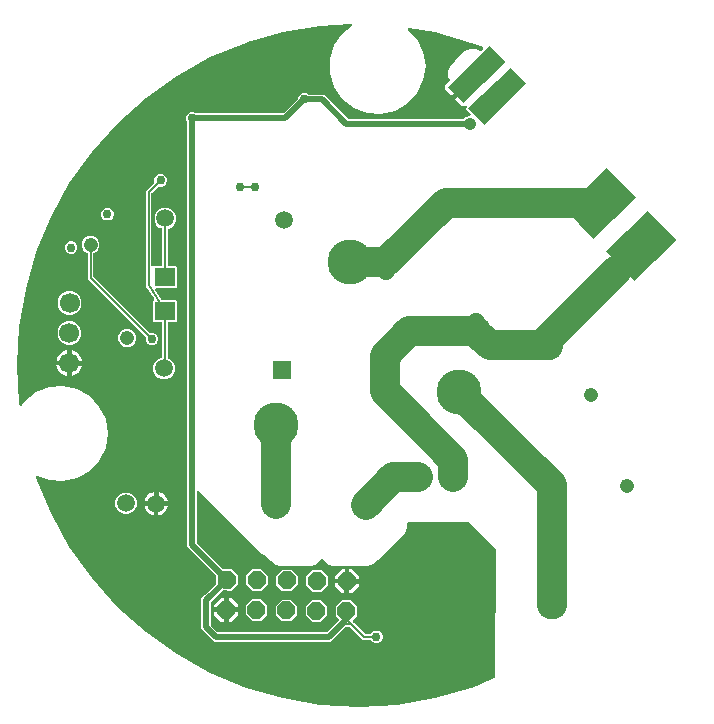
<source format=gbr>
G04 EAGLE Gerber RS-274X export*
G75*
%MOMM*%
%FSLAX34Y34*%
%LPD*%
%INBottom Copper*%
%IPPOS*%
%AMOC8*
5,1,8,0,0,1.08239X$1,22.5*%
G01*
%ADD10R,1.508000X1.508000*%
%ADD11C,1.508000*%
%ADD12R,1.803000X1.600000*%
%ADD13C,1.700000*%
%ADD14C,3.810000*%
%ADD15C,1.208000*%
%ADD16C,1.524000*%
%ADD17C,2.600000*%
%ADD18R,1.900000X5.000000*%
%ADD19R,3.500000X5.000000*%
%ADD20P,1.649562X8X381.800000*%
%ADD21C,2.540000*%
%ADD22C,0.756400*%
%ADD23C,0.152400*%
%ADD24C,0.508000*%
%ADD25C,0.200000*%
%ADD26C,0.203200*%
%ADD27C,1.056400*%

G36*
X55316Y-299876D02*
X55316Y-299876D01*
X55375Y-299864D01*
X55428Y-299863D01*
X87295Y-294449D01*
X87352Y-294430D01*
X87404Y-294424D01*
X118465Y-285475D01*
X118520Y-285451D01*
X118571Y-285438D01*
X137436Y-277624D01*
X137441Y-277621D01*
X137446Y-277620D01*
X137520Y-277575D01*
X137571Y-277552D01*
X137600Y-277527D01*
X137679Y-277480D01*
X137682Y-277477D01*
X137687Y-277474D01*
X137778Y-277375D01*
X137786Y-277368D01*
X137789Y-277363D01*
X137872Y-277275D01*
X137874Y-277270D01*
X137878Y-277266D01*
X137938Y-277144D01*
X138000Y-277023D01*
X138001Y-277018D01*
X138003Y-277014D01*
X138012Y-276956D01*
X138052Y-276746D01*
X138050Y-276727D01*
X138053Y-276710D01*
X138986Y-168455D01*
X138973Y-168355D01*
X138968Y-168255D01*
X138954Y-168216D01*
X138949Y-168175D01*
X138908Y-168083D01*
X138875Y-167988D01*
X138853Y-167957D01*
X138835Y-167917D01*
X138747Y-167813D01*
X138694Y-167739D01*
X116167Y-145213D01*
X116160Y-145207D01*
X116154Y-145200D01*
X116047Y-145123D01*
X115942Y-145044D01*
X115933Y-145040D01*
X115925Y-145035D01*
X115802Y-144991D01*
X115678Y-144944D01*
X115668Y-144943D01*
X115659Y-144940D01*
X115528Y-144933D01*
X115397Y-144922D01*
X115387Y-144924D01*
X115378Y-144924D01*
X115302Y-144942D01*
X115120Y-144980D01*
X115099Y-144991D01*
X115078Y-144996D01*
X113605Y-145607D01*
X65147Y-145607D01*
X65083Y-145616D01*
X65019Y-145615D01*
X64944Y-145636D01*
X64868Y-145647D01*
X64809Y-145673D01*
X64747Y-145690D01*
X64681Y-145731D01*
X64611Y-145763D01*
X64562Y-145805D01*
X64507Y-145838D01*
X64455Y-145896D01*
X64397Y-145946D01*
X64361Y-146000D01*
X64318Y-146048D01*
X64285Y-146117D01*
X64242Y-146182D01*
X64223Y-146244D01*
X64195Y-146301D01*
X64184Y-146371D01*
X64160Y-146452D01*
X64159Y-146537D01*
X64148Y-146606D01*
X64148Y-150064D01*
X62144Y-154901D01*
X39442Y-177603D01*
X37918Y-178234D01*
X37883Y-178255D01*
X37843Y-178269D01*
X37774Y-178320D01*
X37676Y-178378D01*
X37635Y-178421D01*
X37594Y-178451D01*
X35442Y-180603D01*
X30605Y-182607D01*
X1369Y-182607D01*
X-3468Y-180603D01*
X-7306Y-176765D01*
X-7358Y-176726D01*
X-7403Y-176680D01*
X-7470Y-176642D01*
X-7532Y-176595D01*
X-7592Y-176573D01*
X-7648Y-176541D01*
X-7723Y-176523D01*
X-7796Y-176496D01*
X-7860Y-176491D01*
X-7923Y-176476D01*
X-8000Y-176480D01*
X-8077Y-176474D01*
X-8140Y-176487D01*
X-8204Y-176490D01*
X-8277Y-176516D01*
X-8353Y-176532D01*
X-8410Y-176562D01*
X-8471Y-176583D01*
X-8527Y-176624D01*
X-8602Y-176664D01*
X-8663Y-176723D01*
X-8720Y-176765D01*
X-12558Y-180603D01*
X-17395Y-182607D01*
X-43631Y-182607D01*
X-48468Y-180603D01*
X-49620Y-179451D01*
X-49654Y-179426D01*
X-49681Y-179395D01*
X-49755Y-179350D01*
X-49846Y-179282D01*
X-49901Y-179261D01*
X-49944Y-179234D01*
X-51468Y-178603D01*
X-55311Y-174761D01*
X-55311Y-174760D01*
X-56620Y-173451D01*
X-56654Y-173426D01*
X-56681Y-173395D01*
X-56755Y-173350D01*
X-56846Y-173282D01*
X-56901Y-173261D01*
X-56944Y-173234D01*
X-58468Y-172603D01*
X-93311Y-137761D01*
X-93311Y-137760D01*
X-95311Y-135760D01*
X-95327Y-135744D01*
X-95328Y-135744D01*
X-110311Y-120761D01*
X-110311Y-120760D01*
X-112242Y-118829D01*
X-112268Y-118809D01*
X-112289Y-118785D01*
X-112381Y-118725D01*
X-112468Y-118659D01*
X-112498Y-118648D01*
X-112525Y-118630D01*
X-112630Y-118598D01*
X-112732Y-118560D01*
X-112764Y-118557D01*
X-112795Y-118548D01*
X-112904Y-118546D01*
X-113013Y-118538D01*
X-113045Y-118545D01*
X-113077Y-118544D01*
X-113182Y-118573D01*
X-113289Y-118596D01*
X-113318Y-118611D01*
X-113349Y-118619D01*
X-113442Y-118677D01*
X-113538Y-118728D01*
X-113561Y-118751D01*
X-113589Y-118768D01*
X-113662Y-118849D01*
X-113740Y-118925D01*
X-113756Y-118953D01*
X-113778Y-118977D01*
X-113825Y-119075D01*
X-113879Y-119170D01*
X-113887Y-119202D01*
X-113901Y-119231D01*
X-113915Y-119320D01*
X-113944Y-119445D01*
X-113942Y-119493D01*
X-113948Y-119535D01*
X-113948Y-162670D01*
X-113935Y-162765D01*
X-113930Y-162861D01*
X-113915Y-162904D01*
X-113908Y-162949D01*
X-113869Y-163036D01*
X-113837Y-163127D01*
X-113812Y-163162D01*
X-113792Y-163206D01*
X-113709Y-163303D01*
X-113656Y-163376D01*
X-92381Y-184651D01*
X-92309Y-184705D01*
X-92243Y-184767D01*
X-92196Y-184790D01*
X-92155Y-184821D01*
X-92071Y-184852D01*
X-91990Y-184893D01*
X-91943Y-184901D01*
X-91891Y-184920D01*
X-91773Y-184929D01*
X-91686Y-184944D01*
X-84755Y-185029D01*
X-79464Y-190450D01*
X-79556Y-198026D01*
X-84978Y-203317D01*
X-91589Y-203236D01*
X-91690Y-203249D01*
X-91792Y-203254D01*
X-91830Y-203267D01*
X-91869Y-203272D01*
X-91962Y-203313D01*
X-92059Y-203347D01*
X-92089Y-203369D01*
X-92127Y-203385D01*
X-92234Y-203474D01*
X-92308Y-203528D01*
X-101656Y-212876D01*
X-101713Y-212953D01*
X-101778Y-213024D01*
X-101798Y-213065D01*
X-101825Y-213102D01*
X-101859Y-213192D01*
X-101901Y-213278D01*
X-101907Y-213320D01*
X-101924Y-213366D01*
X-101934Y-213493D01*
X-101948Y-213583D01*
X-101948Y-232348D01*
X-101935Y-232443D01*
X-101930Y-232540D01*
X-101915Y-232583D01*
X-101908Y-232628D01*
X-101869Y-232715D01*
X-101837Y-232806D01*
X-101812Y-232840D01*
X-101792Y-232885D01*
X-101709Y-232982D01*
X-101656Y-233055D01*
X-96622Y-238089D01*
X-96545Y-238146D01*
X-96474Y-238211D01*
X-96433Y-238231D01*
X-96396Y-238258D01*
X-96306Y-238292D01*
X-96220Y-238334D01*
X-96178Y-238340D01*
X-96133Y-238357D01*
X-96005Y-238367D01*
X-95915Y-238381D01*
X-4111Y-238381D01*
X-4016Y-238368D01*
X-3919Y-238363D01*
X-3876Y-238348D01*
X-3831Y-238341D01*
X-3744Y-238302D01*
X-3653Y-238270D01*
X-3619Y-238245D01*
X-3574Y-238225D01*
X-3477Y-238142D01*
X-3404Y-238089D01*
X5129Y-229555D01*
X5130Y-229555D01*
X6101Y-228584D01*
X6136Y-228537D01*
X6178Y-228497D01*
X6220Y-228425D01*
X6270Y-228358D01*
X6291Y-228304D01*
X6320Y-228253D01*
X6340Y-228172D01*
X6370Y-228094D01*
X6374Y-228036D01*
X6388Y-227980D01*
X6385Y-227896D01*
X6391Y-227813D01*
X6380Y-227756D01*
X6377Y-227698D01*
X6351Y-227619D01*
X6334Y-227537D01*
X6307Y-227486D01*
X6288Y-227430D01*
X6245Y-227369D01*
X6201Y-227288D01*
X6147Y-227232D01*
X6109Y-227179D01*
X3438Y-224441D01*
X3530Y-216866D01*
X8952Y-211575D01*
X16527Y-211668D01*
X21818Y-217090D01*
X21726Y-224665D01*
X18075Y-228228D01*
X18032Y-228284D01*
X17981Y-228333D01*
X17946Y-228395D01*
X17903Y-228451D01*
X17877Y-228517D01*
X17842Y-228578D01*
X17826Y-228648D01*
X17800Y-228714D01*
X17794Y-228784D01*
X17777Y-228853D01*
X17781Y-228924D01*
X17775Y-228995D01*
X17788Y-229064D01*
X17792Y-229134D01*
X17815Y-229202D01*
X17829Y-229272D01*
X17861Y-229334D01*
X17884Y-229401D01*
X17923Y-229453D01*
X17958Y-229522D01*
X18022Y-229589D01*
X18066Y-229650D01*
X18961Y-230545D01*
X18962Y-230545D01*
X28029Y-239613D01*
X28106Y-239670D01*
X28177Y-239735D01*
X28218Y-239755D01*
X28254Y-239782D01*
X28344Y-239816D01*
X28431Y-239858D01*
X28473Y-239864D01*
X28518Y-239881D01*
X28646Y-239891D01*
X28735Y-239905D01*
X32628Y-239905D01*
X32637Y-239904D01*
X32647Y-239905D01*
X32777Y-239884D01*
X32907Y-239865D01*
X32916Y-239862D01*
X32925Y-239860D01*
X33044Y-239803D01*
X33164Y-239749D01*
X33171Y-239743D01*
X33180Y-239739D01*
X33278Y-239652D01*
X33378Y-239566D01*
X33383Y-239558D01*
X33390Y-239552D01*
X33412Y-239516D01*
X34981Y-237947D01*
X36931Y-237139D01*
X39043Y-237139D01*
X40993Y-237947D01*
X42486Y-239440D01*
X43294Y-241390D01*
X43294Y-243502D01*
X42486Y-245452D01*
X40993Y-246945D01*
X39043Y-247753D01*
X36931Y-247753D01*
X34981Y-246945D01*
X33422Y-245386D01*
X33407Y-245361D01*
X33400Y-245354D01*
X33395Y-245346D01*
X33298Y-245258D01*
X33202Y-245168D01*
X33193Y-245164D01*
X33186Y-245157D01*
X33068Y-245100D01*
X32950Y-245040D01*
X32941Y-245038D01*
X32932Y-245034D01*
X32856Y-245022D01*
X32673Y-244988D01*
X32649Y-244990D01*
X32628Y-244987D01*
X26217Y-244987D01*
X15368Y-234138D01*
X15292Y-234081D01*
X15220Y-234016D01*
X15179Y-233996D01*
X15143Y-233969D01*
X15053Y-233935D01*
X14966Y-233893D01*
X14924Y-233887D01*
X14879Y-233870D01*
X14751Y-233860D01*
X14662Y-233846D01*
X12750Y-233846D01*
X12654Y-233859D01*
X12558Y-233864D01*
X12515Y-233879D01*
X12470Y-233885D01*
X12383Y-233925D01*
X12292Y-233957D01*
X12258Y-233982D01*
X12213Y-234002D01*
X12116Y-234085D01*
X12043Y-234138D01*
X10878Y-235303D01*
X10878Y-235304D01*
X-329Y-246511D01*
X-99697Y-246511D01*
X-102370Y-243837D01*
X-107404Y-238803D01*
X-110078Y-236130D01*
X-110078Y-209802D01*
X-107404Y-207128D01*
X-98129Y-197853D01*
X-98075Y-197781D01*
X-98014Y-197715D01*
X-97991Y-197669D01*
X-97960Y-197627D01*
X-97928Y-197543D01*
X-97888Y-197463D01*
X-97880Y-197415D01*
X-97860Y-197364D01*
X-97851Y-197245D01*
X-97836Y-197159D01*
X-97764Y-191191D01*
X-97777Y-191090D01*
X-97782Y-190988D01*
X-97795Y-190951D01*
X-97800Y-190912D01*
X-97841Y-190818D01*
X-97874Y-190722D01*
X-97896Y-190692D01*
X-97913Y-190653D01*
X-98002Y-190546D01*
X-98056Y-190473D01*
X-122078Y-166451D01*
X-122078Y192700D01*
X-122091Y192795D01*
X-122096Y192891D01*
X-122111Y192934D01*
X-122118Y192979D01*
X-122157Y193067D01*
X-122189Y193158D01*
X-122214Y193192D01*
X-122234Y193236D01*
X-122317Y193333D01*
X-122370Y193407D01*
X-122512Y193548D01*
X-123320Y195498D01*
X-123320Y197610D01*
X-122512Y199560D01*
X-121019Y201053D01*
X-119069Y201861D01*
X-116957Y201861D01*
X-115007Y201053D01*
X-114866Y200911D01*
X-114789Y200854D01*
X-114717Y200789D01*
X-114676Y200769D01*
X-114640Y200742D01*
X-114550Y200708D01*
X-114464Y200666D01*
X-114422Y200660D01*
X-114376Y200643D01*
X-114248Y200633D01*
X-114159Y200619D01*
X-41111Y200619D01*
X-41016Y200632D01*
X-40919Y200637D01*
X-40876Y200652D01*
X-40831Y200659D01*
X-40744Y200698D01*
X-40653Y200730D01*
X-40619Y200755D01*
X-40574Y200775D01*
X-40477Y200858D01*
X-40404Y200911D01*
X-28612Y212703D01*
X-28555Y212780D01*
X-28490Y212851D01*
X-28470Y212892D01*
X-28443Y212929D01*
X-28409Y213019D01*
X-28367Y213105D01*
X-28361Y213147D01*
X-28344Y213192D01*
X-28334Y213320D01*
X-28320Y213410D01*
X-28320Y213610D01*
X-27512Y215560D01*
X-26019Y217053D01*
X-24069Y217861D01*
X-21957Y217861D01*
X-20007Y217053D01*
X-19866Y216911D01*
X-19789Y216854D01*
X-19717Y216789D01*
X-19676Y216769D01*
X-19640Y216742D01*
X-19550Y216708D01*
X-19464Y216666D01*
X-19422Y216660D01*
X-19376Y216643D01*
X-19248Y216633D01*
X-19159Y216619D01*
X-6329Y216619D01*
X13848Y196441D01*
X13925Y196384D01*
X13996Y196319D01*
X14037Y196299D01*
X14074Y196272D01*
X14164Y196238D01*
X14250Y196196D01*
X14292Y196190D01*
X14337Y196173D01*
X14465Y196163D01*
X14555Y196149D01*
X111674Y196149D01*
X111769Y196162D01*
X111865Y196167D01*
X111909Y196182D01*
X111953Y196189D01*
X112041Y196228D01*
X112132Y196260D01*
X112166Y196285D01*
X112210Y196305D01*
X112308Y196388D01*
X112381Y196441D01*
X113794Y197854D01*
X116296Y198891D01*
X116976Y198891D01*
X116998Y198894D01*
X117021Y198892D01*
X117138Y198914D01*
X117255Y198931D01*
X117276Y198940D01*
X117298Y198944D01*
X117404Y198998D01*
X117512Y199047D01*
X117529Y199061D01*
X117550Y199072D01*
X117636Y199153D01*
X117726Y199230D01*
X117739Y199249D01*
X117755Y199265D01*
X117816Y199366D01*
X117881Y199466D01*
X117888Y199488D01*
X117899Y199507D01*
X117929Y199622D01*
X117963Y199736D01*
X117964Y199758D01*
X117969Y199780D01*
X117965Y199899D01*
X117967Y200018D01*
X117961Y200040D01*
X117960Y200062D01*
X117924Y200175D01*
X117892Y200290D01*
X117880Y200309D01*
X117873Y200330D01*
X117820Y200405D01*
X117744Y200530D01*
X117715Y200555D01*
X117696Y200583D01*
X114185Y204231D01*
X114210Y205509D01*
X114250Y205563D01*
X114330Y205665D01*
X114334Y205675D01*
X114341Y205684D01*
X114387Y205806D01*
X114435Y205927D01*
X114436Y205938D01*
X114440Y205948D01*
X114450Y206079D01*
X114462Y206208D01*
X114460Y206219D01*
X114461Y206229D01*
X114434Y206357D01*
X114410Y206485D01*
X114405Y206495D01*
X114403Y206505D01*
X114341Y206620D01*
X114282Y206737D01*
X114275Y206745D01*
X114270Y206754D01*
X114179Y206847D01*
X114089Y206942D01*
X114080Y206948D01*
X114073Y206956D01*
X113959Y207020D01*
X113847Y207086D01*
X113836Y207089D01*
X113827Y207094D01*
X113699Y207124D01*
X113574Y207156D01*
X113563Y207156D01*
X113552Y207158D01*
X113422Y207152D01*
X113292Y207147D01*
X113281Y207144D01*
X113271Y207143D01*
X113195Y207116D01*
X113023Y207060D01*
X113004Y207046D01*
X112981Y207038D01*
X112497Y206770D01*
X111847Y206610D01*
X111178Y206623D01*
X110535Y206808D01*
X109963Y207154D01*
X104530Y212799D01*
X109226Y217319D01*
X109272Y217377D01*
X109325Y217429D01*
X109358Y217488D01*
X109400Y217542D01*
X109427Y217610D01*
X109464Y217674D01*
X109479Y217740D01*
X109505Y217803D01*
X109512Y217877D01*
X109529Y217949D01*
X109525Y218017D01*
X109532Y218084D01*
X109518Y218157D01*
X109514Y218230D01*
X109492Y218295D01*
X109480Y218361D01*
X109446Y218427D01*
X109422Y218497D01*
X109385Y218547D01*
X109352Y218613D01*
X109286Y218683D01*
X109240Y218746D01*
X107826Y220160D01*
X107782Y220193D01*
X107745Y220233D01*
X107670Y220277D01*
X107600Y220330D01*
X107549Y220349D01*
X107502Y220377D01*
X107418Y220398D01*
X107336Y220429D01*
X107282Y220433D01*
X107229Y220447D01*
X107142Y220444D01*
X107055Y220451D01*
X107002Y220440D01*
X106947Y220438D01*
X106864Y220411D01*
X106779Y220393D01*
X106731Y220368D01*
X106679Y220351D01*
X106615Y220306D01*
X106530Y220261D01*
X106477Y220209D01*
X106426Y220174D01*
X101757Y215680D01*
X96324Y221326D01*
X96001Y221912D01*
X95840Y222561D01*
X95853Y223230D01*
X96039Y223873D01*
X96384Y224446D01*
X99859Y227790D01*
X99871Y227805D01*
X99886Y227817D01*
X99958Y227916D01*
X100033Y228012D01*
X100040Y228030D01*
X100051Y228045D01*
X100092Y228161D01*
X100137Y228274D01*
X100139Y228293D01*
X100146Y228311D01*
X100153Y228433D01*
X100165Y228555D01*
X100161Y228574D01*
X100162Y228593D01*
X100141Y228681D01*
X100112Y228832D01*
X100097Y228863D01*
X100090Y228892D01*
X98866Y231846D01*
X98866Y236882D01*
X100794Y241536D01*
X104496Y245238D01*
X104653Y245395D01*
X106653Y247395D01*
X112355Y253097D01*
X117009Y255025D01*
X122045Y255025D01*
X125716Y253504D01*
X125852Y253469D01*
X125989Y253434D01*
X126121Y253438D01*
X126271Y253443D01*
X126442Y253499D01*
X126539Y253530D01*
X126539Y253531D01*
X126772Y253690D01*
X126781Y253700D01*
X126791Y253707D01*
X128186Y255049D01*
X128265Y255150D01*
X128346Y255249D01*
X128351Y255261D01*
X128359Y255271D01*
X128407Y255391D01*
X128457Y255508D01*
X128459Y255521D01*
X128464Y255533D01*
X128476Y255661D01*
X128492Y255788D01*
X128490Y255801D01*
X128491Y255814D01*
X128467Y255940D01*
X128447Y256066D01*
X128441Y256078D01*
X128439Y256091D01*
X128381Y256205D01*
X128326Y256321D01*
X128317Y256331D01*
X128311Y256343D01*
X128223Y256436D01*
X128138Y256532D01*
X128128Y256538D01*
X128118Y256548D01*
X127876Y256692D01*
X127875Y256692D01*
X118571Y260546D01*
X118512Y260561D01*
X118465Y260583D01*
X87404Y269532D01*
X87344Y269540D01*
X87295Y269557D01*
X65964Y273181D01*
X65867Y273184D01*
X65770Y273195D01*
X65726Y273187D01*
X65682Y273189D01*
X65588Y273164D01*
X65492Y273148D01*
X65452Y273128D01*
X65409Y273117D01*
X65326Y273067D01*
X65238Y273025D01*
X65205Y272995D01*
X65167Y272972D01*
X65101Y272901D01*
X65029Y272835D01*
X65006Y272798D01*
X64976Y272765D01*
X64932Y272678D01*
X64881Y272595D01*
X64869Y272553D01*
X64849Y272513D01*
X64832Y272417D01*
X64806Y272324D01*
X64806Y272279D01*
X64798Y272236D01*
X64808Y272139D01*
X64809Y272042D01*
X64822Y271999D01*
X64827Y271955D01*
X64863Y271865D01*
X64892Y271772D01*
X64915Y271738D01*
X64933Y271694D01*
X65013Y271592D01*
X65064Y271516D01*
X72557Y263441D01*
X77811Y252530D01*
X79616Y240554D01*
X77811Y228578D01*
X72557Y217667D01*
X64319Y208789D01*
X53831Y202733D01*
X42023Y200038D01*
X29946Y200943D01*
X18672Y205368D01*
X9204Y212919D01*
X2381Y222926D01*
X-1189Y234498D01*
X-1189Y246610D01*
X2381Y258182D01*
X9204Y268189D01*
X17323Y274664D01*
X17403Y274749D01*
X17486Y274829D01*
X17499Y274851D01*
X17517Y274870D01*
X17569Y274972D01*
X17627Y275073D01*
X17634Y275098D01*
X17645Y275121D01*
X17667Y275234D01*
X17695Y275347D01*
X17694Y275373D01*
X17698Y275398D01*
X17688Y275513D01*
X17683Y275629D01*
X17674Y275653D01*
X17672Y275678D01*
X17629Y275786D01*
X17592Y275896D01*
X17578Y275917D01*
X17568Y275941D01*
X17497Y276032D01*
X17431Y276127D01*
X17411Y276143D01*
X17395Y276163D01*
X17301Y276232D01*
X17211Y276304D01*
X17188Y276314D01*
X17167Y276329D01*
X17058Y276368D01*
X16951Y276413D01*
X16927Y276415D01*
X16902Y276424D01*
X16727Y276435D01*
X16644Y276443D01*
X-9342Y274984D01*
X-9401Y274972D01*
X-9454Y274971D01*
X-41321Y269557D01*
X-41378Y269538D01*
X-41430Y269532D01*
X-64635Y262847D01*
X-68104Y261847D01*
X-71572Y260848D01*
X-72491Y260583D01*
X-72546Y260559D01*
X-72597Y260546D01*
X-102460Y248177D01*
X-102512Y248146D01*
X-102561Y248128D01*
X-130852Y232492D01*
X-130900Y232456D01*
X-130947Y232433D01*
X-157309Y213728D01*
X-157353Y213686D01*
X-157396Y213658D01*
X-181499Y192119D01*
X-181537Y192073D01*
X-181578Y192040D01*
X-203117Y167937D01*
X-203150Y167887D01*
X-203187Y167850D01*
X-221892Y141488D01*
X-221919Y141434D01*
X-221951Y141393D01*
X-237587Y113102D01*
X-237608Y113046D01*
X-237636Y113001D01*
X-250005Y83138D01*
X-250020Y83079D01*
X-250042Y83032D01*
X-258991Y51971D01*
X-258999Y51911D01*
X-259016Y51862D01*
X-264430Y19995D01*
X-264432Y19934D01*
X-264443Y19883D01*
X-266255Y-12390D01*
X-266250Y-12450D01*
X-266255Y-12502D01*
X-264443Y-44775D01*
X-264431Y-44834D01*
X-264430Y-44887D01*
X-264203Y-46223D01*
X-264191Y-46263D01*
X-264186Y-46304D01*
X-264148Y-46397D01*
X-264117Y-46492D01*
X-264094Y-46526D01*
X-264078Y-46565D01*
X-264015Y-46643D01*
X-263960Y-46726D01*
X-263928Y-46752D01*
X-263902Y-46785D01*
X-263820Y-46842D01*
X-263743Y-46906D01*
X-263705Y-46923D01*
X-263671Y-46947D01*
X-263576Y-46979D01*
X-263484Y-47019D01*
X-263443Y-47024D01*
X-263404Y-47038D01*
X-263304Y-47042D01*
X-263205Y-47055D01*
X-263164Y-47048D01*
X-263122Y-47050D01*
X-263025Y-47027D01*
X-262926Y-47011D01*
X-262888Y-46994D01*
X-262848Y-46984D01*
X-262761Y-46934D01*
X-262671Y-46892D01*
X-262639Y-46864D01*
X-262603Y-46844D01*
X-262544Y-46781D01*
X-262459Y-46705D01*
X-262427Y-46656D01*
X-262392Y-46619D01*
X-259796Y-42811D01*
X-250328Y-35260D01*
X-239054Y-30835D01*
X-226977Y-29930D01*
X-215169Y-32625D01*
X-204681Y-38681D01*
X-196443Y-47559D01*
X-191189Y-58470D01*
X-189384Y-70446D01*
X-191189Y-82422D01*
X-196443Y-93333D01*
X-204681Y-102211D01*
X-215169Y-108267D01*
X-226977Y-110962D01*
X-239054Y-110057D01*
X-248864Y-106206D01*
X-248969Y-106182D01*
X-249073Y-106150D01*
X-249106Y-106149D01*
X-249139Y-106142D01*
X-249246Y-106147D01*
X-249355Y-106145D01*
X-249387Y-106154D01*
X-249420Y-106156D01*
X-249522Y-106191D01*
X-249627Y-106220D01*
X-249655Y-106237D01*
X-249687Y-106248D01*
X-249775Y-106311D01*
X-249867Y-106367D01*
X-249889Y-106392D01*
X-249917Y-106412D01*
X-249984Y-106496D01*
X-250057Y-106576D01*
X-250071Y-106606D01*
X-250092Y-106632D01*
X-250133Y-106732D01*
X-250180Y-106830D01*
X-250186Y-106863D01*
X-250199Y-106894D01*
X-250210Y-107001D01*
X-250228Y-107107D01*
X-250224Y-107139D01*
X-250228Y-107174D01*
X-250201Y-107323D01*
X-250190Y-107413D01*
X-250042Y-107924D01*
X-250018Y-107979D01*
X-250005Y-108030D01*
X-237636Y-137893D01*
X-237605Y-137945D01*
X-237587Y-137994D01*
X-221951Y-166285D01*
X-221915Y-166333D01*
X-221892Y-166380D01*
X-203187Y-192742D01*
X-203145Y-192786D01*
X-203117Y-192829D01*
X-181578Y-216932D01*
X-181532Y-216970D01*
X-181499Y-217011D01*
X-157396Y-238550D01*
X-157346Y-238583D01*
X-157309Y-238620D01*
X-130947Y-257325D01*
X-130893Y-257352D01*
X-130852Y-257384D01*
X-102561Y-273020D01*
X-102505Y-273041D01*
X-102460Y-273069D01*
X-72597Y-285438D01*
X-72538Y-285453D01*
X-72491Y-285475D01*
X-41430Y-294424D01*
X-41370Y-294432D01*
X-41321Y-294449D01*
X-9454Y-299863D01*
X-9393Y-299865D01*
X-9342Y-299876D01*
X22931Y-301688D01*
X22991Y-301683D01*
X23043Y-301688D01*
X55316Y-299876D01*
G37*
%LPC*%
G36*
X-143758Y-24344D02*
X-143758Y-24344D01*
X-147090Y-22964D01*
X-149640Y-20414D01*
X-151020Y-17082D01*
X-151020Y-13476D01*
X-149640Y-10144D01*
X-147090Y-7594D01*
X-143857Y-6255D01*
X-143848Y-6250D01*
X-143839Y-6248D01*
X-143727Y-6178D01*
X-143614Y-6111D01*
X-143607Y-6104D01*
X-143599Y-6099D01*
X-143511Y-6001D01*
X-143421Y-5906D01*
X-143417Y-5897D01*
X-143410Y-5890D01*
X-143353Y-5772D01*
X-143293Y-5654D01*
X-143291Y-5645D01*
X-143287Y-5636D01*
X-143275Y-5560D01*
X-143241Y-5377D01*
X-143243Y-5353D01*
X-143240Y-5332D01*
X-143240Y23020D01*
X-143249Y23084D01*
X-143248Y23148D01*
X-143269Y23223D01*
X-143280Y23299D01*
X-143306Y23358D01*
X-143323Y23420D01*
X-143364Y23486D01*
X-143396Y23556D01*
X-143438Y23605D01*
X-143471Y23660D01*
X-143529Y23712D01*
X-143579Y23770D01*
X-143633Y23806D01*
X-143681Y23849D01*
X-143750Y23882D01*
X-143815Y23925D01*
X-143877Y23944D01*
X-143934Y23972D01*
X-144004Y23983D01*
X-144085Y24007D01*
X-144170Y24008D01*
X-144239Y24019D01*
X-150600Y24019D01*
X-151493Y24912D01*
X-151493Y42176D01*
X-150700Y42969D01*
X-150640Y43048D01*
X-150574Y43123D01*
X-150556Y43160D01*
X-150531Y43194D01*
X-150495Y43287D01*
X-150453Y43377D01*
X-150446Y43419D01*
X-150431Y43458D01*
X-150423Y43557D01*
X-150407Y43656D01*
X-150412Y43697D01*
X-150409Y43739D01*
X-150430Y43837D01*
X-150442Y43935D01*
X-150458Y43971D01*
X-150467Y44015D01*
X-150530Y44134D01*
X-150567Y44217D01*
X-156665Y53661D01*
X-156746Y53754D01*
X-156798Y53826D01*
X-157224Y54252D01*
X-157239Y54357D01*
X-157255Y54487D01*
X-157259Y54496D01*
X-157261Y54506D01*
X-157370Y54747D01*
X-157243Y55335D01*
X-157234Y55457D01*
X-157221Y55545D01*
X-157221Y134750D01*
X-155589Y136382D01*
X-150134Y141837D01*
X-150128Y141845D01*
X-150121Y141850D01*
X-150044Y141957D01*
X-149965Y142063D01*
X-149961Y142072D01*
X-149956Y142079D01*
X-149912Y142203D01*
X-149865Y142326D01*
X-149864Y142336D01*
X-149861Y142345D01*
X-149853Y142476D01*
X-149843Y142608D01*
X-149845Y142617D01*
X-149845Y142626D01*
X-149863Y142702D01*
X-149901Y142884D01*
X-149912Y142905D01*
X-149917Y142926D01*
X-149960Y143028D01*
X-149960Y145140D01*
X-149152Y147090D01*
X-147659Y148583D01*
X-145709Y149391D01*
X-143597Y149391D01*
X-141647Y148583D01*
X-140154Y147090D01*
X-139346Y145140D01*
X-139346Y143028D01*
X-140154Y141078D01*
X-141647Y139585D01*
X-143597Y138777D01*
X-145709Y138777D01*
X-145811Y138820D01*
X-145820Y138822D01*
X-145828Y138827D01*
X-145957Y138857D01*
X-146084Y138890D01*
X-146094Y138889D01*
X-146103Y138892D01*
X-146236Y138885D01*
X-146366Y138881D01*
X-146375Y138878D01*
X-146385Y138877D01*
X-146509Y138834D01*
X-146634Y138793D01*
X-146642Y138788D01*
X-146651Y138785D01*
X-146713Y138739D01*
X-146867Y138634D01*
X-146882Y138616D01*
X-146900Y138603D01*
X-152355Y133148D01*
X-152412Y133072D01*
X-152477Y133000D01*
X-152497Y132959D01*
X-152524Y132923D01*
X-152558Y132833D01*
X-152600Y132746D01*
X-152606Y132704D01*
X-152623Y132659D01*
X-152633Y132531D01*
X-152647Y132442D01*
X-152647Y71873D01*
X-152643Y71841D01*
X-152645Y71809D01*
X-152623Y71702D01*
X-152607Y71594D01*
X-152594Y71565D01*
X-152588Y71533D01*
X-152536Y71437D01*
X-152491Y71337D01*
X-152470Y71313D01*
X-152455Y71284D01*
X-152379Y71206D01*
X-152308Y71123D01*
X-152281Y71105D01*
X-152258Y71082D01*
X-152164Y71028D01*
X-152072Y70969D01*
X-152041Y70959D01*
X-152013Y70943D01*
X-151907Y70918D01*
X-151802Y70886D01*
X-151770Y70886D01*
X-151739Y70878D01*
X-151629Y70884D01*
X-151520Y70882D01*
X-151489Y70891D01*
X-151457Y70893D01*
X-151354Y70928D01*
X-151248Y70958D01*
X-151221Y70975D01*
X-151190Y70985D01*
X-151117Y71038D01*
X-151008Y71106D01*
X-150976Y71142D01*
X-150941Y71167D01*
X-150600Y71509D01*
X-144239Y71509D01*
X-144175Y71518D01*
X-144111Y71517D01*
X-144036Y71538D01*
X-143960Y71549D01*
X-143901Y71575D01*
X-143839Y71592D01*
X-143773Y71633D01*
X-143703Y71665D01*
X-143654Y71707D01*
X-143599Y71740D01*
X-143547Y71798D01*
X-143489Y71848D01*
X-143453Y71902D01*
X-143410Y71950D01*
X-143377Y72019D01*
X-143334Y72084D01*
X-143315Y72146D01*
X-143287Y72203D01*
X-143276Y72273D01*
X-143252Y72354D01*
X-143251Y72439D01*
X-143240Y72508D01*
X-143240Y102318D01*
X-143241Y102327D01*
X-143240Y102337D01*
X-143261Y102467D01*
X-143280Y102597D01*
X-143283Y102606D01*
X-143285Y102615D01*
X-143342Y102734D01*
X-143396Y102854D01*
X-143402Y102861D01*
X-143406Y102870D01*
X-143494Y102968D01*
X-143579Y103068D01*
X-143587Y103073D01*
X-143593Y103080D01*
X-143659Y103120D01*
X-143815Y103223D01*
X-143838Y103230D01*
X-143857Y103241D01*
X-145760Y104029D01*
X-148310Y106579D01*
X-149690Y109911D01*
X-149690Y113517D01*
X-148310Y116849D01*
X-145760Y119399D01*
X-142428Y120779D01*
X-138822Y120779D01*
X-135490Y119399D01*
X-132941Y116849D01*
X-131561Y113517D01*
X-131561Y109911D01*
X-132941Y106579D01*
X-135490Y104029D01*
X-138049Y102969D01*
X-138058Y102965D01*
X-138067Y102962D01*
X-138179Y102893D01*
X-138292Y102826D01*
X-138299Y102819D01*
X-138307Y102814D01*
X-138395Y102716D01*
X-138485Y102620D01*
X-138489Y102612D01*
X-138496Y102605D01*
X-138553Y102486D01*
X-138613Y102369D01*
X-138615Y102359D01*
X-138619Y102351D01*
X-138631Y102275D01*
X-138648Y102181D01*
X-138654Y102161D01*
X-138654Y102149D01*
X-138665Y102092D01*
X-138663Y102068D01*
X-138666Y102046D01*
X-138666Y72508D01*
X-138657Y72444D01*
X-138658Y72380D01*
X-138637Y72305D01*
X-138626Y72229D01*
X-138600Y72170D01*
X-138583Y72108D01*
X-138542Y72042D01*
X-138510Y71972D01*
X-138468Y71923D01*
X-138435Y71868D01*
X-138377Y71816D01*
X-138327Y71758D01*
X-138273Y71722D01*
X-138225Y71679D01*
X-138156Y71646D01*
X-138091Y71603D01*
X-138029Y71584D01*
X-137972Y71556D01*
X-137902Y71545D01*
X-137821Y71521D01*
X-137736Y71520D01*
X-137667Y71509D01*
X-131306Y71509D01*
X-130413Y70616D01*
X-130413Y53352D01*
X-131306Y52459D01*
X-148610Y52459D01*
X-148677Y52450D01*
X-148745Y52450D01*
X-148816Y52430D01*
X-148890Y52419D01*
X-148951Y52392D01*
X-149016Y52373D01*
X-149079Y52334D01*
X-149147Y52303D01*
X-149198Y52259D01*
X-149255Y52223D01*
X-149305Y52168D01*
X-149361Y52120D01*
X-149398Y52063D01*
X-149443Y52013D01*
X-149475Y51946D01*
X-149515Y51884D01*
X-149535Y51819D01*
X-149564Y51758D01*
X-149576Y51685D01*
X-149598Y51614D01*
X-149599Y51546D01*
X-149609Y51480D01*
X-149600Y51406D01*
X-149601Y51332D01*
X-149583Y51267D01*
X-149575Y51200D01*
X-149548Y51138D01*
X-149526Y51060D01*
X-149479Y50985D01*
X-149450Y50918D01*
X-144677Y43526D01*
X-144637Y43480D01*
X-144605Y43428D01*
X-144545Y43374D01*
X-144492Y43313D01*
X-144441Y43280D01*
X-144395Y43239D01*
X-144323Y43204D01*
X-144255Y43160D01*
X-144196Y43143D01*
X-144142Y43116D01*
X-144070Y43105D01*
X-143984Y43080D01*
X-143904Y43079D01*
X-143837Y43069D01*
X-131306Y43069D01*
X-130413Y42176D01*
X-130413Y24912D01*
X-131306Y24019D01*
X-137667Y24019D01*
X-137731Y24010D01*
X-137795Y24011D01*
X-137870Y23990D01*
X-137946Y23979D01*
X-138005Y23953D01*
X-138067Y23936D01*
X-138133Y23895D01*
X-138203Y23863D01*
X-138252Y23821D01*
X-138307Y23788D01*
X-138359Y23730D01*
X-138417Y23680D01*
X-138453Y23626D01*
X-138496Y23578D01*
X-138529Y23509D01*
X-138572Y23444D01*
X-138591Y23382D01*
X-138619Y23325D01*
X-138630Y23255D01*
X-138654Y23174D01*
X-138655Y23089D01*
X-138666Y23020D01*
X-138666Y-6162D01*
X-138665Y-6171D01*
X-138666Y-6181D01*
X-138645Y-6312D01*
X-138626Y-6441D01*
X-138623Y-6450D01*
X-138621Y-6459D01*
X-138564Y-6579D01*
X-138510Y-6698D01*
X-138504Y-6705D01*
X-138500Y-6714D01*
X-138412Y-6813D01*
X-138327Y-6912D01*
X-138319Y-6918D01*
X-138313Y-6925D01*
X-138247Y-6965D01*
X-138091Y-7067D01*
X-138068Y-7074D01*
X-138049Y-7085D01*
X-136820Y-7594D01*
X-134271Y-10144D01*
X-132890Y-13476D01*
X-132890Y-17082D01*
X-134271Y-20414D01*
X-136820Y-22964D01*
X-140152Y-24344D01*
X-143758Y-24344D01*
G37*
%LPD*%
%LPC*%
G36*
X-153069Y4247D02*
X-153069Y4247D01*
X-155019Y5055D01*
X-156512Y6548D01*
X-157320Y8498D01*
X-157320Y10610D01*
X-157277Y10712D01*
X-157275Y10721D01*
X-157270Y10729D01*
X-157240Y10858D01*
X-157237Y10869D01*
X-157221Y10921D01*
X-157221Y10932D01*
X-157207Y10985D01*
X-157208Y10995D01*
X-157205Y11004D01*
X-157212Y11137D01*
X-157216Y11267D01*
X-157219Y11276D01*
X-157220Y11286D01*
X-157263Y11410D01*
X-157304Y11535D01*
X-157309Y11543D01*
X-157312Y11552D01*
X-157358Y11614D01*
X-157463Y11768D01*
X-157481Y11784D01*
X-157494Y11801D01*
X-206300Y60607D01*
X-206300Y81646D01*
X-206301Y81655D01*
X-206300Y81664D01*
X-206321Y81794D01*
X-206340Y81925D01*
X-206343Y81933D01*
X-206345Y81943D01*
X-206402Y82062D01*
X-206456Y82182D01*
X-206462Y82189D01*
X-206466Y82197D01*
X-206554Y82296D01*
X-206639Y82396D01*
X-206647Y82401D01*
X-206653Y82408D01*
X-206719Y82448D01*
X-206875Y82550D01*
X-206898Y82557D01*
X-206917Y82569D01*
X-208298Y83141D01*
X-210426Y85269D01*
X-211578Y88049D01*
X-211578Y91059D01*
X-210426Y93839D01*
X-208298Y95967D01*
X-205518Y97119D01*
X-202508Y97119D01*
X-199728Y95967D01*
X-197600Y93839D01*
X-196448Y91059D01*
X-196448Y88049D01*
X-197600Y85269D01*
X-199728Y83141D01*
X-201109Y82569D01*
X-201118Y82564D01*
X-201127Y82561D01*
X-201239Y82492D01*
X-201352Y82425D01*
X-201359Y82418D01*
X-201367Y82413D01*
X-201455Y82315D01*
X-201545Y82219D01*
X-201549Y82211D01*
X-201556Y82204D01*
X-201613Y82085D01*
X-201673Y81968D01*
X-201675Y81959D01*
X-201679Y81950D01*
X-201691Y81874D01*
X-201725Y81691D01*
X-201723Y81667D01*
X-201726Y81646D01*
X-201726Y62915D01*
X-201713Y62820D01*
X-201708Y62724D01*
X-201693Y62681D01*
X-201686Y62636D01*
X-201647Y62548D01*
X-201615Y62458D01*
X-201590Y62423D01*
X-201570Y62379D01*
X-201487Y62282D01*
X-201434Y62209D01*
X-154260Y15035D01*
X-154252Y15029D01*
X-154247Y15022D01*
X-154140Y14945D01*
X-154034Y14866D01*
X-154025Y14862D01*
X-154018Y14857D01*
X-153894Y14813D01*
X-153771Y14766D01*
X-153761Y14765D01*
X-153752Y14762D01*
X-153621Y14754D01*
X-153489Y14744D01*
X-153480Y14746D01*
X-153471Y14746D01*
X-153395Y14764D01*
X-153213Y14802D01*
X-153192Y14813D01*
X-153171Y14818D01*
X-153069Y14861D01*
X-150957Y14861D01*
X-149007Y14053D01*
X-147514Y12560D01*
X-146706Y10610D01*
X-146706Y8498D01*
X-147514Y6548D01*
X-149007Y5055D01*
X-150957Y4247D01*
X-153069Y4247D01*
G37*
%LPD*%
%LPC*%
G36*
X-223807Y29989D02*
X-223807Y29989D01*
X-227492Y31515D01*
X-230312Y34335D01*
X-231838Y38020D01*
X-231838Y42008D01*
X-230312Y45693D01*
X-227492Y48513D01*
X-223807Y50039D01*
X-219819Y50039D01*
X-216134Y48513D01*
X-213314Y45693D01*
X-211788Y42008D01*
X-211788Y38020D01*
X-213314Y34335D01*
X-216134Y31515D01*
X-219819Y29989D01*
X-223807Y29989D01*
G37*
%LPD*%
%LPC*%
G36*
X-223896Y4589D02*
X-223896Y4589D01*
X-227580Y6116D01*
X-230400Y8936D01*
X-231926Y12620D01*
X-231926Y16608D01*
X-230400Y20293D01*
X-227580Y23113D01*
X-223896Y24639D01*
X-219908Y24639D01*
X-216223Y23113D01*
X-213403Y20293D01*
X-211877Y16608D01*
X-211877Y12620D01*
X-213403Y8936D01*
X-216223Y6116D01*
X-219908Y4589D01*
X-223896Y4589D01*
G37*
%LPD*%
%LPC*%
G36*
X-16359Y-204155D02*
X-16359Y-204155D01*
X-21650Y-198733D01*
X-21557Y-191158D01*
X-16136Y-185867D01*
X-8560Y-185959D01*
X-3269Y-191381D01*
X-3362Y-198957D01*
X-8784Y-204248D01*
X-16359Y-204155D01*
G37*
%LPD*%
%LPC*%
G36*
X-41757Y-203845D02*
X-41757Y-203845D01*
X-47048Y-198423D01*
X-46956Y-190848D01*
X-41534Y-185557D01*
X-33959Y-185649D01*
X-28668Y-191071D01*
X-28760Y-198646D01*
X-34182Y-203937D01*
X-41757Y-203845D01*
G37*
%LPD*%
%LPC*%
G36*
X-67155Y-203534D02*
X-67155Y-203534D01*
X-72446Y-198112D01*
X-72354Y-190537D01*
X-66932Y-185246D01*
X-59357Y-185339D01*
X-54066Y-190761D01*
X-54158Y-198336D01*
X-59580Y-203627D01*
X-67155Y-203534D01*
G37*
%LPD*%
%LPC*%
G36*
X-67466Y-228932D02*
X-67466Y-228932D01*
X-72757Y-223511D01*
X-72664Y-215935D01*
X-67242Y-210644D01*
X-59667Y-210737D01*
X-54376Y-216159D01*
X-54468Y-223734D01*
X-59890Y-229025D01*
X-67466Y-228932D01*
G37*
%LPD*%
%LPC*%
G36*
X-42067Y-229243D02*
X-42067Y-229243D01*
X-47358Y-223821D01*
X-47266Y-216246D01*
X-41844Y-210955D01*
X-34269Y-211047D01*
X-28978Y-216469D01*
X-29070Y-224044D01*
X-34492Y-229335D01*
X-42067Y-229243D01*
G37*
%LPD*%
%LPC*%
G36*
X-16669Y-229553D02*
X-16669Y-229553D01*
X-21960Y-224131D01*
X-21868Y-216556D01*
X-16446Y-211265D01*
X-8871Y-211358D01*
X-3580Y-216779D01*
X-3672Y-224355D01*
X-9094Y-229646D01*
X-16669Y-229553D01*
G37*
%LPD*%
%LPC*%
G36*
X-175678Y-138591D02*
X-175678Y-138591D01*
X-179010Y-137211D01*
X-181560Y-134661D01*
X-182940Y-131329D01*
X-182940Y-127723D01*
X-181560Y-124391D01*
X-179010Y-121841D01*
X-175678Y-120461D01*
X-172072Y-120461D01*
X-168740Y-121841D01*
X-166190Y-124391D01*
X-164810Y-127723D01*
X-164810Y-131329D01*
X-166190Y-134661D01*
X-168740Y-137211D01*
X-172072Y-138591D01*
X-175678Y-138591D01*
G37*
%LPD*%
%LPC*%
G36*
X-174518Y2989D02*
X-174518Y2989D01*
X-177298Y4141D01*
X-179426Y6269D01*
X-180578Y9049D01*
X-180578Y12059D01*
X-179426Y14839D01*
X-177298Y16967D01*
X-174518Y18119D01*
X-171508Y18119D01*
X-168728Y16967D01*
X-166600Y14839D01*
X-165448Y12059D01*
X-165448Y9049D01*
X-166600Y6269D01*
X-168728Y4141D01*
X-171508Y2989D01*
X-174518Y2989D01*
G37*
%LPD*%
%LPC*%
G36*
X-190848Y110027D02*
X-190848Y110027D01*
X-192799Y110835D01*
X-194291Y112327D01*
X-195099Y114278D01*
X-195099Y116389D01*
X-194291Y118340D01*
X-192799Y119832D01*
X-190848Y120640D01*
X-188737Y120640D01*
X-186786Y119832D01*
X-185294Y118340D01*
X-184486Y116389D01*
X-184486Y114278D01*
X-185294Y112327D01*
X-186786Y110835D01*
X-188737Y110027D01*
X-190848Y110027D01*
G37*
%LPD*%
%LPC*%
G36*
X-221489Y81740D02*
X-221489Y81740D01*
X-223440Y82548D01*
X-224933Y84040D01*
X-225741Y85991D01*
X-225741Y88102D01*
X-224933Y90053D01*
X-223440Y91545D01*
X-221489Y92353D01*
X-219378Y92353D01*
X-217428Y91545D01*
X-215935Y90053D01*
X-215127Y88102D01*
X-215127Y85991D01*
X-215935Y84040D01*
X-217428Y82548D01*
X-219378Y81740D01*
X-221489Y81740D01*
G37*
%LPD*%
%LPC*%
G36*
X-224576Y-21555D02*
X-224576Y-21555D01*
X-226228Y-21018D01*
X-227777Y-20229D01*
X-229183Y-19207D01*
X-230412Y-17978D01*
X-231433Y-16572D01*
X-232222Y-15024D01*
X-232759Y-13371D01*
X-232858Y-12747D01*
X-223997Y-12778D01*
X-224027Y-21641D01*
X-224576Y-21555D01*
G37*
%LPD*%
%LPC*%
G36*
X-232846Y-8749D02*
X-232846Y-8749D01*
X-232759Y-8200D01*
X-232222Y-6548D01*
X-231433Y-4999D01*
X-230412Y-3593D01*
X-229183Y-2364D01*
X-227777Y-1343D01*
X-226228Y-554D01*
X-224576Y-17D01*
X-223952Y82D01*
X-223982Y-8779D01*
X-232846Y-8749D01*
G37*
%LPD*%
%LPC*%
G36*
X-219998Y-12792D02*
X-219998Y-12792D01*
X-211135Y-12823D01*
X-211221Y-13371D01*
X-211758Y-15024D01*
X-212547Y-16572D01*
X-213569Y-17978D01*
X-214798Y-19207D01*
X-216204Y-20229D01*
X-217752Y-21018D01*
X-219405Y-21555D01*
X-220029Y-21653D01*
X-219998Y-12792D01*
G37*
%LPD*%
%LPC*%
G36*
X-219984Y-8793D02*
X-219984Y-8793D01*
X-219953Y70D01*
X-219405Y-17D01*
X-217752Y-554D01*
X-216204Y-1343D01*
X-214798Y-2364D01*
X-213569Y-3593D01*
X-212547Y-4999D01*
X-211758Y-6548D01*
X-211221Y-8200D01*
X-211123Y-8824D01*
X-219984Y-8793D01*
G37*
%LPD*%
%LPC*%
G36*
X14813Y-205552D02*
X14813Y-205552D01*
X14913Y-197391D01*
X23074Y-197491D01*
X23047Y-199700D01*
X17023Y-205579D01*
X14813Y-205552D01*
G37*
%LPD*%
%LPC*%
G36*
X-93297Y-229633D02*
X-93297Y-229633D01*
X-99176Y-223609D01*
X-99149Y-221399D01*
X-90988Y-221499D01*
X-91088Y-229660D01*
X-93297Y-229633D01*
G37*
%LPD*%
%LPC*%
G36*
X-87089Y-229709D02*
X-87089Y-229709D01*
X-86990Y-221548D01*
X-78829Y-221648D01*
X-78856Y-223857D01*
X-84880Y-229736D01*
X-87089Y-229709D01*
G37*
%LPD*%
%LPC*%
G36*
X14962Y-193393D02*
X14962Y-193393D01*
X15062Y-185232D01*
X17271Y-185259D01*
X23150Y-191283D01*
X23123Y-193493D01*
X14962Y-193393D01*
G37*
%LPD*%
%LPC*%
G36*
X8606Y-205476D02*
X8606Y-205476D01*
X2727Y-199452D01*
X2754Y-197242D01*
X10915Y-197342D01*
X10815Y-205503D01*
X8606Y-205476D01*
G37*
%LPD*%
%LPC*%
G36*
X-99100Y-217401D02*
X-99100Y-217401D01*
X-99073Y-215192D01*
X-93049Y-209313D01*
X-90839Y-209340D01*
X-90939Y-217501D01*
X-99100Y-217401D01*
G37*
%LPD*%
%LPC*%
G36*
X-86941Y-217550D02*
X-86941Y-217550D01*
X-86841Y-209389D01*
X-84632Y-209416D01*
X-78753Y-215440D01*
X-78780Y-217649D01*
X-86941Y-217550D01*
G37*
%LPD*%
%LPC*%
G36*
X2803Y-193244D02*
X2803Y-193244D01*
X2830Y-191035D01*
X8854Y-185156D01*
X11063Y-185183D01*
X10964Y-193344D01*
X2803Y-193244D01*
G37*
%LPD*%
%LPC*%
G36*
X-150836Y-139492D02*
X-150836Y-139492D01*
X-152345Y-139001D01*
X-153759Y-138281D01*
X-155042Y-137348D01*
X-156164Y-136226D01*
X-157097Y-134943D01*
X-157817Y-133529D01*
X-158308Y-132020D01*
X-158373Y-131607D01*
X-150485Y-131648D01*
X-150526Y-139541D01*
X-150836Y-139492D01*
G37*
%LPD*%
%LPC*%
G36*
X-146486Y-131669D02*
X-146486Y-131669D01*
X-138594Y-131710D01*
X-138643Y-132020D01*
X-139133Y-133529D01*
X-139853Y-134943D01*
X-140786Y-136226D01*
X-141908Y-137348D01*
X-143192Y-138281D01*
X-144606Y-139001D01*
X-146115Y-139492D01*
X-146528Y-139557D01*
X-146486Y-131669D01*
G37*
%LPD*%
%LPC*%
G36*
X-158357Y-127608D02*
X-158357Y-127608D01*
X-158308Y-127299D01*
X-157817Y-125790D01*
X-157097Y-124376D01*
X-156164Y-123092D01*
X-155042Y-121970D01*
X-153759Y-121037D01*
X-152345Y-120317D01*
X-150836Y-119827D01*
X-150423Y-119761D01*
X-150464Y-127649D01*
X-158357Y-127608D01*
G37*
%LPD*%
%LPC*%
G36*
X-146466Y-127670D02*
X-146466Y-127670D01*
X-146424Y-119778D01*
X-146115Y-119827D01*
X-144606Y-120317D01*
X-143192Y-121037D01*
X-141908Y-121970D01*
X-140786Y-123092D01*
X-139853Y-124376D01*
X-139133Y-125790D01*
X-138643Y-127299D01*
X-138577Y-127712D01*
X-146466Y-127670D01*
G37*
%LPD*%
%LPC*%
G36*
X-221991Y-10787D02*
X-221991Y-10787D01*
X-221991Y-10785D01*
X-221989Y-10785D01*
X-221989Y-10787D01*
X-221991Y-10787D01*
G37*
%LPD*%
%LPC*%
G36*
X12937Y-195368D02*
X12937Y-195368D01*
X12937Y-195367D01*
X12939Y-195367D01*
X12939Y-195368D01*
X12937Y-195368D01*
G37*
%LPD*%
%LPC*%
G36*
X-148476Y-129660D02*
X-148476Y-129660D01*
X-148476Y-129658D01*
X-148474Y-129658D01*
X-148474Y-129660D01*
X-148476Y-129660D01*
G37*
%LPD*%
%LPC*%
G36*
X-88965Y-219525D02*
X-88965Y-219525D01*
X-88965Y-219524D01*
X-88963Y-219524D01*
X-88964Y-219525D01*
X-88965Y-219525D01*
G37*
%LPD*%
D10*
G36*
X-49421Y-8708D02*
X-34343Y-8866D01*
X-34501Y-23944D01*
X-49579Y-23786D01*
X-49421Y-8708D01*
G37*
D11*
X-141955Y-15279D03*
X-40631Y110667D03*
X-140625Y111714D03*
D12*
X-140953Y33544D03*
X-140953Y61984D03*
D13*
X-221990Y-10786D03*
X-221902Y14614D03*
X-221813Y40014D03*
D11*
X-173875Y-129526D03*
X-148475Y-129659D03*
X-46877Y-130191D03*
D10*
G36*
X36822Y-138169D02*
X21743Y-138090D01*
X21822Y-123011D01*
X36901Y-123090D01*
X36822Y-138169D01*
G37*
D14*
X107987Y-35446D03*
X15987Y74554D03*
X-47013Y-63446D03*
D15*
X-204013Y89554D03*
X-173013Y10554D03*
X219987Y-37446D03*
X249987Y-114446D03*
D16*
X122687Y8418D02*
X122687Y23658D01*
X46487Y66838D02*
X46487Y82078D01*
D17*
X186787Y-214682D03*
X183347Y4290D03*
D18*
G36*
X111562Y209157D02*
X98387Y222848D01*
X134414Y257517D01*
X147589Y243826D01*
X111562Y209157D01*
G37*
G36*
X128897Y191143D02*
X115722Y204834D01*
X151749Y239503D01*
X164924Y225812D01*
X128897Y191143D01*
G37*
D19*
G36*
X221813Y94590D02*
X197544Y119809D01*
X233571Y154478D01*
X257840Y129259D01*
X221813Y94590D01*
G37*
G36*
X256483Y58562D02*
X232214Y83781D01*
X268241Y118450D01*
X292510Y93231D01*
X256483Y58562D01*
G37*
D20*
X-88964Y-219524D03*
X-88654Y-194126D03*
X-63566Y-219835D03*
X-63256Y-194437D03*
X-38168Y-220145D03*
X-37858Y-194747D03*
X-12770Y-220455D03*
X-12460Y-195057D03*
X12628Y-220766D03*
X12938Y-195368D03*
D21*
X186787Y-214682D02*
X186787Y-114246D01*
D22*
X185987Y-157446D03*
D21*
X186787Y-114246D02*
X114987Y-42446D01*
X111987Y-42446D01*
D23*
X-140953Y61984D02*
X-140953Y111386D01*
X-140625Y111714D01*
D22*
X-77061Y138524D03*
D23*
X-64925Y138524D01*
D22*
X-64925Y138524D03*
X-189793Y115334D03*
X-220434Y87047D03*
D23*
X-140953Y33544D02*
X-140953Y-14277D01*
X-141955Y-15279D01*
X-140953Y33544D02*
X-154934Y55196D01*
X-154934Y133803D02*
X-144653Y144084D01*
D22*
X-144653Y144084D03*
D23*
X-154934Y133803D02*
X-154934Y55196D01*
D21*
X29322Y-130590D02*
X52466Y-107446D01*
X72987Y-107446D01*
D22*
X50987Y-110446D03*
X-23013Y212554D03*
X-118013Y196554D03*
D24*
X-39013Y196554D01*
X-23013Y212554D01*
X-118013Y196554D02*
X-118013Y-164767D01*
X-88654Y-194126D01*
X-106013Y-211485D01*
X-106013Y-234446D01*
X-98013Y-242446D01*
X-2013Y-242446D01*
X9487Y-230946D01*
X12628Y-227805D01*
X12628Y-220766D01*
D22*
X126987Y201554D03*
X152987Y228554D03*
D25*
X140323Y215323D01*
D22*
X37987Y-242446D03*
D26*
X27269Y-242446D01*
X16128Y-231305D01*
X12628Y-227805D01*
X9846Y-231305D02*
X16128Y-231305D01*
X9846Y-231305D02*
X9487Y-230946D01*
D24*
X-8013Y212554D02*
X-23013Y212554D01*
X12457Y192084D02*
X117650Y192084D01*
D27*
X117650Y192084D03*
D24*
X12457Y192084D02*
X-8013Y212554D01*
D22*
X66802Y-176403D03*
D21*
X96562Y124534D02*
X227692Y124534D01*
X96562Y124534D02*
X46487Y74458D01*
X16083Y74458D01*
X15987Y74554D01*
D22*
X96987Y123554D03*
D23*
X-204013Y89554D02*
X-204013Y61554D01*
X-152013Y9554D01*
D22*
X-152013Y9554D03*
D21*
X-46877Y-77582D02*
X-46877Y-130191D01*
X-46877Y-77582D02*
X-47013Y-77446D01*
D22*
X-47013Y-102446D03*
D21*
X183347Y4290D02*
X183347Y9914D01*
X241730Y68297D01*
X183347Y4290D02*
X134251Y4290D01*
X126987Y11554D01*
X122687Y16038D02*
X65471Y16038D01*
X44987Y-4446D01*
X44987Y-34446D01*
X102987Y-92446D02*
X102987Y-107446D01*
X66987Y-56446D02*
X44987Y-34446D01*
X66987Y-56446D02*
X102987Y-92446D01*
D22*
X66987Y-56446D03*
X64987Y14554D03*
X150987Y3554D03*
X219987Y46554D03*
X153987Y-82446D03*
M02*

</source>
